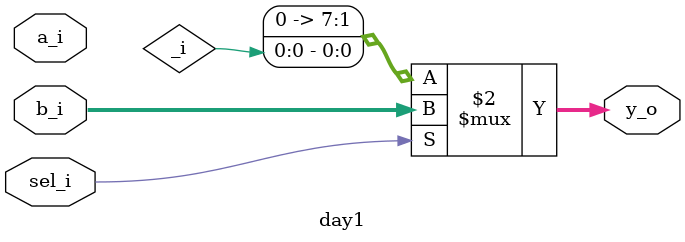
<source format=sv>
module day1 (
  input   wire [7:0]    a_i,
  input   wire [7:0]    b_i,
  input   wire          sel_i,
  output  wire [7:0]    y_o
);
  // Write your logic here...
  assign y_o=(sel_i)?b_i:_i;

endmodule




</source>
